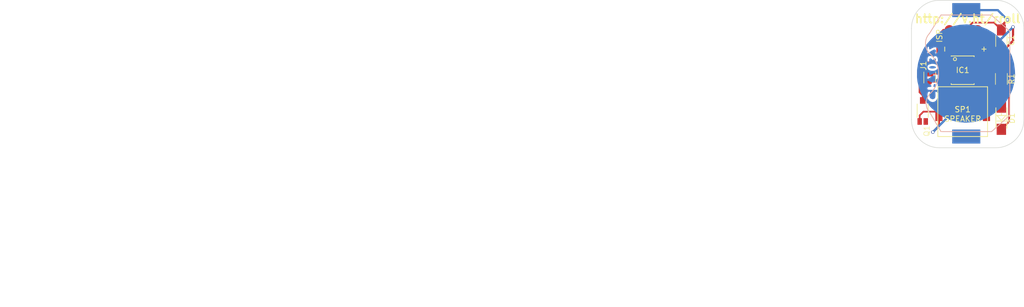
<source format=kicad_pcb>
(kicad_pcb (version 4) (host pcbnew 4.0.7)

  (general
    (links 20)
    (no_connects 1)
    (area 206.578999 86.817999 226.999001 113.588001)
    (thickness 1.6)
    (drawings 11)
    (tracks 84)
    (zones 0)
    (modules 10)
    (nets 10)
  )

  (page USLetter)
  (layers
    (0 F.Cu signal)
    (31 B.Cu signal)
    (32 B.Adhes user)
    (33 F.Adhes user)
    (34 B.Paste user hide)
    (35 F.Paste user hide)
    (36 B.SilkS user)
    (37 F.SilkS user)
    (38 B.Mask user)
    (39 F.Mask user)
    (40 Dwgs.User user)
    (41 Cmts.User user)
    (42 Eco1.User user)
    (43 Eco2.User user)
    (44 Edge.Cuts user)
    (45 Margin user)
    (46 B.CrtYd user)
    (47 F.CrtYd user)
    (48 B.Fab user)
    (49 F.Fab user)
  )

  (setup
    (last_trace_width 0.4064)
    (user_trace_width 0.254)
    (user_trace_width 0.3048)
    (user_trace_width 0.4064)
    (user_trace_width 0.6096)
    (trace_clearance 0.2)
    (zone_clearance 0.508)
    (zone_45_only no)
    (trace_min 0.2)
    (segment_width 0.2)
    (edge_width 0.1)
    (via_size 0.6)
    (via_drill 0.4)
    (via_min_size 0.4)
    (via_min_drill 0.3)
    (uvia_size 0.3)
    (uvia_drill 0.1)
    (uvias_allowed no)
    (uvia_min_size 0.2)
    (uvia_min_drill 0.1)
    (pcb_text_width 0.3)
    (pcb_text_size 1.27 1.27)
    (mod_edge_width 0.15)
    (mod_text_size 1.016 1.016)
    (mod_text_width 0.127)
    (pad_size 2 2)
    (pad_drill 1.00076)
    (pad_to_mask_clearance 0)
    (aux_axis_origin 111.76 109.855)
    (grid_origin 0.889 0.508)
    (visible_elements 7FFF7FFF)
    (pcbplotparams
      (layerselection 0x010f0_80000001)
      (usegerberextensions true)
      (excludeedgelayer true)
      (linewidth 0.100000)
      (plotframeref false)
      (viasonmask false)
      (mode 1)
      (useauxorigin false)
      (hpglpennumber 1)
      (hpglpenspeed 20)
      (hpglpendiameter 15)
      (hpglpenoverlay 2)
      (psnegative false)
      (psa4output false)
      (plotreference true)
      (plotvalue true)
      (plotinvisibletext false)
      (padsonsilk false)
      (subtractmaskfromsilk false)
      (outputformat 1)
      (mirror false)
      (drillshape 0)
      (scaleselection 1)
      (outputdirectory gerbers/))
  )

  (net 0 "")
  (net 1 GND)
  (net 2 +BATT)
  (net 3 "Net-(IC1-Pad2)")
  (net 4 "Net-(CON1-Pad5)")
  (net 5 "Net-(CON1-Pad4)")
  (net 6 "Net-(CON1-Pad1)")
  (net 7 "Net-(CON1-Pad3)")
  (net 8 "Net-(D1-Pad1)")
  (net 9 "Net-(IC1-Pad3)")

  (net_class Default "This is the default net class."
    (clearance 0.2)
    (trace_width 0.25)
    (via_dia 0.6)
    (via_drill 0.4)
    (uvia_dia 0.3)
    (uvia_drill 0.1)
    (add_net +BATT)
    (add_net GND)
    (add_net "Net-(CON1-Pad1)")
    (add_net "Net-(CON1-Pad3)")
    (add_net "Net-(CON1-Pad4)")
    (add_net "Net-(CON1-Pad5)")
    (add_net "Net-(D1-Pad1)")
    (add_net "Net-(IC1-Pad2)")
    (add_net "Net-(IC1-Pad3)")
  )

  (module myFootPrints:PS1240_piezo (layer F.Cu) (tedit 5A7D0A37) (tstamp 5A7BDED3)
    (at 215.889 107.008)
    (descr "piezo speaker 12 mm")
    (tags "buzzer speaker piezo")
    (path /561A890F)
    (fp_text reference SP1 (at 0 -0.4) (layer F.SilkS)
      (effects (font (size 1 1) (thickness 0.15)))
    )
    (fp_text value SPEAKER (at 0 1.3) (layer F.SilkS)
      (effects (font (size 1 1) (thickness 0.15)))
    )
    (fp_line (start -4.5 -4.5) (end -4.5 4.5) (layer F.SilkS) (width 0.15))
    (fp_line (start -4.5 4.5) (end 4.5 4.5) (layer F.SilkS) (width 0.15))
    (fp_line (start 4.5 4.5) (end 4.5 -4.5) (layer F.SilkS) (width 0.15))
    (fp_line (start 4.5 -4.5) (end -4.5 -4.5) (layer F.SilkS) (width 0.15))
    (pad 1 smd rect (at -4.3 0) (size 1.3 3.4) (layers F.Cu F.Paste F.Mask)
      (net 1 GND))
    (pad 2 smd rect (at 4.3 0) (size 1.3 3.4) (layers F.Cu F.Paste F.Mask)
      (net 5 "Net-(CON1-Pad4)"))
  )

  (module myFootPrints:CR2032 (layer B.Cu) (tedit 5A7D35AF) (tstamp 5A7D316B)
    (at 216.489 100.108 90)
    (fp_text reference G*** (at 0 0 90) (layer B.SilkS) hide
      (effects (font (thickness 0.3)) (justify mirror))
    )
    (fp_text value LOGO (at 0.75 0 90) (layer B.SilkS) hide
      (effects (font (thickness 0.3)) (justify mirror))
    )
    (fp_poly (pts (xy 0.529166 8.85382) (xy 1.902863 8.668668) (xy 3.189751 8.290481) (xy 4.389287 7.719517)
      (xy 5.500925 6.956031) (xy 6.475379 6.052302) (xy 7.325326 5.003216) (xy 7.992626 3.863128)
      (xy 8.474981 2.651835) (xy 8.770094 1.389133) (xy 8.875666 0.094819) (xy 8.789403 -1.21131)
      (xy 8.509005 -2.509456) (xy 8.032176 -3.779824) (xy 7.693492 -4.445) (xy 7.280236 -5.06961)
      (xy 6.729544 -5.738337) (xy 6.092852 -6.399745) (xy 5.421595 -7.002396) (xy 4.76721 -7.494857)
      (xy 4.445 -7.693492) (xy 3.216806 -8.266893) (xy 1.926009 -8.656477) (xy 0.604921 -8.856352)
      (xy -0.714143 -8.860622) (xy -1.46432 -8.771353) (xy -2.748351 -8.456619) (xy -3.949489 -7.951323)
      (xy -5.075532 -7.25134) (xy -6.134279 -6.352546) (xy -6.244167 -6.244166) (xy -6.475204 -5.978728)
      (xy -5.175279 -5.978728) (xy -5.107571 -6.345006) (xy -4.876475 -6.675641) (xy -4.614935 -6.886051)
      (xy -4.32907 -6.973364) (xy -4.091381 -6.985) (xy -3.761701 -6.971203) (xy -3.504265 -6.936604)
      (xy -3.44824 -6.92076) (xy -3.308629 -6.773847) (xy -3.280834 -6.649045) (xy -3.316879 -6.504657)
      (xy -3.463358 -6.506603) (xy -3.518959 -6.524675) (xy -3.958635 -6.609239) (xy -4.317933 -6.546262)
      (xy -4.562129 -6.35105) (xy -4.656499 -6.038904) (xy -4.656667 -6.023264) (xy -4.570976 -5.729661)
      (xy -4.316968 -5.560607) (xy -3.899244 -5.518577) (xy -3.741587 -5.531232) (xy -3.41795 -5.542901)
      (xy -3.285239 -5.481924) (xy -3.280834 -5.458583) (xy -3.376041 -5.242161) (xy -3.642846 -5.111708)
      (xy -3.942256 -5.08) (xy -2.963334 -5.08) (xy -2.963334 -6.0325) (xy -2.961227 -6.483396)
      (xy -2.947364 -6.763358) (xy -2.91043 -6.913117) (xy -2.839111 -6.973405) (xy -2.722092 -6.984953)
      (xy -2.69875 -6.985) (xy -2.519824 -6.957324) (xy -2.446574 -6.832785) (xy -2.434167 -6.614583)
      (xy -2.400378 -6.341818) (xy -2.291588 -6.245154) (xy -2.273705 -6.244166) (xy -2.128686 -6.331673)
      (xy -1.970651 -6.548573) (xy -1.936603 -6.614583) (xy -1.757234 -6.887506) (xy -1.548427 -6.983668)
      (xy -1.514982 -6.985) (xy -1.063957 -6.985) (xy -0.426146 -6.985) (xy -0.056506 -6.972903)
      (xy 0.14235 -6.93) (xy 0.210271 -6.846373) (xy 0.211666 -6.82625) (xy 0.119665 -6.698571)
      (xy -0.052917 -6.6675) (xy -0.229629 -6.659108) (xy -0.297803 -6.603873) (xy -0.261116 -6.456703)
      (xy -0.142639 -6.212476) (xy 0.477678 -6.212476) (xy 0.525814 -6.448392) (xy 0.66459 -6.776342)
      (xy 0.872447 -6.93924) (xy 1.196025 -6.983379) (xy 1.411645 -6.945626) (xy 1.559933 -6.792837)
      (xy 1.581063 -6.749003) (xy 2.027688 -6.749003) (xy 2.06375 -6.879166) (xy 2.214553 -6.955707)
      (xy 2.480732 -6.982151) (xy 2.772488 -6.96043) (xy 3.000026 -6.892475) (xy 3.048 -6.858)
      (xy 3.145794 -6.660098) (xy 3.175 -6.455833) (xy 3.128797 -6.197741) (xy 3.048 -6.053666)
      (xy 2.975493 -5.909649) (xy 3.048 -5.799666) (xy 3.164186 -5.573416) (xy 3.13732 -5.475306)
      (xy 3.598333 -5.475306) (xy 3.638892 -5.562149) (xy 3.792566 -5.512406) (xy 3.818269 -5.498907)
      (xy 4.088777 -5.426417) (xy 4.278294 -5.511678) (xy 4.339166 -5.701043) (xy 4.282309 -5.894964)
      (xy 4.134966 -6.188075) (xy 3.975906 -6.445198) (xy 3.612647 -6.985) (xy 4.24049 -6.985)
      (xy 4.606846 -6.97256) (xy 4.802523 -6.928518) (xy 4.867413 -6.842786) (xy 4.868333 -6.82625)
      (xy 4.776332 -6.698571) (xy 4.60375 -6.6675) (xy 4.40812 -6.64607) (xy 4.355891 -6.556556)
      (xy 4.44286 -6.361119) (xy 4.550833 -6.19125) (xy 4.717492 -5.829442) (xy 4.752629 -5.484523)
      (xy 4.650518 -5.223068) (xy 4.635499 -5.206999) (xy 4.399589 -5.086128) (xy 4.107433 -5.078958)
      (xy 3.830691 -5.166954) (xy 3.64102 -5.331577) (xy 3.598333 -5.475306) (xy 3.13732 -5.475306)
      (xy 3.103544 -5.351965) (xy 2.897911 -5.175618) (xy 2.579125 -5.084681) (xy 2.479523 -5.08)
      (xy 2.224608 -5.106651) (xy 2.124817 -5.205403) (xy 2.116666 -5.27699) (xy 2.166606 -5.419176)
      (xy 2.349542 -5.429298) (xy 2.368844 -5.425774) (xy 2.60296 -5.439404) (xy 2.717374 -5.551861)
      (xy 2.674298 -5.70913) (xy 2.609085 -5.769181) (xy 2.449488 -5.961509) (xy 2.49754 -6.141002)
      (xy 2.609267 -6.225806) (xy 2.738823 -6.376379) (xy 2.706165 -6.535463) (xy 2.547586 -6.638091)
      (xy 2.377407 -6.640862) (xy 2.132137 -6.643492) (xy 2.027688 -6.749003) (xy 1.581063 -6.749003)
      (xy 1.656188 -6.59316) (xy 1.76144 -6.166758) (xy 1.740146 -5.754071) (xy 1.609668 -5.403309)
      (xy 1.387367 -5.162685) (xy 1.11125 -5.08) (xy 0.824949 -5.174719) (xy 0.610264 -5.426957)
      (xy 0.48768 -5.788835) (xy 0.477678 -6.212476) (xy -0.142639 -6.212476) (xy -0.123248 -6.172506)
      (xy -0.097435 -6.121869) (xy 0.052257 -5.70575) (xy 0.038469 -5.38306) (xy -0.135298 -5.17451)
      (xy -0.266196 -5.123055) (xy -0.61414 -5.091501) (xy -0.892669 -5.166099) (xy -1.045177 -5.326829)
      (xy -1.058334 -5.403239) (xy -1.031735 -5.549179) (xy -0.91293 -5.536367) (xy -0.838397 -5.498907)
      (xy -0.570438 -5.426829) (xy -0.379485 -5.50678) (xy -0.3175 -5.686632) (xy -0.374158 -5.871061)
      (xy -0.521387 -6.158521) (xy -0.690729 -6.430787) (xy -1.063957 -6.985) (xy -1.514982 -6.985)
      (xy -1.336362 -6.964922) (xy -1.285966 -6.878521) (xy -1.361827 -6.686545) (xy -1.4891 -6.468162)
      (xy -1.624568 -6.18825) (xy -1.613142 -6.019805) (xy -1.594538 -5.997203) (xy -1.48965 -5.769405)
      (xy -1.498973 -5.486214) (xy -1.610833 -5.250286) (xy -1.686376 -5.189556) (xy -1.910482 -5.125032)
      (xy -2.246813 -5.085665) (xy -2.42721 -5.08) (xy -2.963334 -5.08) (xy -3.942256 -5.08)
      (xy -4.436955 -5.152881) (xy -4.820403 -5.349244) (xy -5.073034 -5.635667) (xy -5.175279 -5.978728)
      (xy -6.475204 -5.978728) (xy -7.167243 -5.183646) (xy -7.894615 -4.04542) (xy -8.424655 -2.833331)
      (xy -8.755735 -1.551224) (xy -8.886228 -0.202944) (xy -8.888402 0) (xy -8.787446 1.357657)
      (xy -8.485663 2.649703) (xy -7.984683 3.872294) (xy -7.286131 5.021587) (xy -6.391638 6.093737)
      (xy -6.244167 6.244167) (xy -5.184393 7.16806) (xy -4.052135 7.893562) (xy -2.849561 8.419839)
      (xy -1.578839 8.746055) (xy -0.242137 8.871374) (xy 0.529166 8.85382)) (layer B.Cu) (width 0.01))
    (fp_poly (pts (xy -2.072406 -5.461739) (xy -1.944793 -5.57438) (xy -1.905203 -5.723596) (xy -1.971712 -5.816965)
      (xy -2.002178 -5.820833) (xy -2.17954 -5.855743) (xy -2.266761 -5.885072) (xy -2.392527 -5.881477)
      (xy -2.433633 -5.712048) (xy -2.434167 -5.673406) (xy -2.399641 -5.457224) (xy -2.267177 -5.405672)
      (xy -2.072406 -5.461739)) (layer B.Cu) (width 0.01))
    (fp_poly (pts (xy 1.182838 -5.467806) (xy 1.278343 -5.643354) (xy 1.338216 -5.908497) (xy 1.343637 -6.202206)
      (xy 1.331418 -6.288984) (xy 1.235698 -6.56246) (xy 1.108309 -6.657847) (xy 0.986364 -6.567225)
      (xy 0.921591 -6.376458) (xy 0.898484 -6.057888) (xy 0.934589 -5.738679) (xy 1.016466 -5.503088)
      (xy 1.070519 -5.442884) (xy 1.182838 -5.467806)) (layer B.Cu) (width 0.01))
    (fp_poly (pts (xy 0.529166 8.85382) (xy 1.902863 8.668668) (xy 3.189751 8.290481) (xy 4.389287 7.719517)
      (xy 5.500925 6.956031) (xy 6.475379 6.052302) (xy 7.325326 5.003216) (xy 7.992626 3.863128)
      (xy 8.474981 2.651835) (xy 8.770094 1.389133) (xy 8.875666 0.094819) (xy 8.789403 -1.21131)
      (xy 8.509005 -2.509456) (xy 8.032176 -3.779824) (xy 7.693492 -4.445) (xy 7.280236 -5.06961)
      (xy 6.729544 -5.738337) (xy 6.092852 -6.399745) (xy 5.421595 -7.002396) (xy 4.76721 -7.494857)
      (xy 4.445 -7.693492) (xy 3.216806 -8.266893) (xy 1.926009 -8.656477) (xy 0.604921 -8.856352)
      (xy -0.714143 -8.860622) (xy -1.46432 -8.771353) (xy -2.748351 -8.456619) (xy -3.949489 -7.951323)
      (xy -5.075532 -7.25134) (xy -6.134279 -6.352546) (xy -6.244167 -6.244166) (xy -6.475204 -5.978728)
      (xy -5.175279 -5.978728) (xy -5.107571 -6.345006) (xy -4.876475 -6.675641) (xy -4.614935 -6.886051)
      (xy -4.32907 -6.973364) (xy -4.091381 -6.985) (xy -3.761701 -6.971203) (xy -3.504265 -6.936604)
      (xy -3.44824 -6.92076) (xy -3.308629 -6.773847) (xy -3.280834 -6.649045) (xy -3.316879 -6.504657)
      (xy -3.463358 -6.506603) (xy -3.518959 -6.524675) (xy -3.958635 -6.609239) (xy -4.317933 -6.546262)
      (xy -4.562129 -6.35105) (xy -4.656499 -6.038904) (xy -4.656667 -6.023264) (xy -4.570976 -5.729661)
      (xy -4.316968 -5.560607) (xy -3.899244 -5.518577) (xy -3.741587 -5.531232) (xy -3.41795 -5.542901)
      (xy -3.285239 -5.481924) (xy -3.280834 -5.458583) (xy -3.376041 -5.242161) (xy -3.642846 -5.111708)
      (xy -3.942256 -5.08) (xy -2.963334 -5.08) (xy -2.963334 -6.0325) (xy -2.961227 -6.483396)
      (xy -2.947364 -6.763358) (xy -2.91043 -6.913117) (xy -2.839111 -6.973405) (xy -2.722092 -6.984953)
      (xy -2.69875 -6.985) (xy -2.519824 -6.957324) (xy -2.446574 -6.832785) (xy -2.434167 -6.614583)
      (xy -2.400378 -6.341818) (xy -2.291588 -6.245154) (xy -2.273705 -6.244166) (xy -2.128686 -6.331673)
      (xy -1.970651 -6.548573) (xy -1.936603 -6.614583) (xy -1.757234 -6.887506) (xy -1.548427 -6.983668)
      (xy -1.514982 -6.985) (xy -1.063957 -6.985) (xy -0.426146 -6.985) (xy -0.056506 -6.972903)
      (xy 0.14235 -6.93) (xy 0.210271 -6.846373) (xy 0.211666 -6.82625) (xy 0.119665 -6.698571)
      (xy -0.052917 -6.6675) (xy -0.229629 -6.659108) (xy -0.297803 -6.603873) (xy -0.261116 -6.456703)
      (xy -0.142639 -6.212476) (xy 0.477678 -6.212476) (xy 0.525814 -6.448392) (xy 0.66459 -6.776342)
      (xy 0.872447 -6.93924) (xy 1.196025 -6.983379) (xy 1.411645 -6.945626) (xy 1.559933 -6.792837)
      (xy 1.581063 -6.749003) (xy 2.027688 -6.749003) (xy 2.06375 -6.879166) (xy 2.214553 -6.955707)
      (xy 2.480732 -6.982151) (xy 2.772488 -6.96043) (xy 3.000026 -6.892475) (xy 3.048 -6.858)
      (xy 3.145794 -6.660098) (xy 3.175 -6.455833) (xy 3.128797 -6.197741) (xy 3.048 -6.053666)
      (xy 2.975493 -5.909649) (xy 3.048 -5.799666) (xy 3.164186 -5.573416) (xy 3.13732 -5.475306)
      (xy 3.598333 -5.475306) (xy 3.638892 -5.562149) (xy 3.792566 -5.512406) (xy 3.818269 -5.498907)
      (xy 4.088777 -5.426417) (xy 4.278294 -5.511678) (xy 4.339166 -5.701043) (xy 4.282309 -5.894964)
      (xy 4.134966 -6.188075) (xy 3.975906 -6.445198) (xy 3.612647 -6.985) (xy 4.24049 -6.985)
      (xy 4.606846 -6.97256) (xy 4.802523 -6.928518) (xy 4.867413 -6.842786) (xy 4.868333 -6.82625)
      (xy 4.776332 -6.698571) (xy 4.60375 -6.6675) (xy 4.40812 -6.64607) (xy 4.355891 -6.556556)
      (xy 4.44286 -6.361119) (xy 4.550833 -6.19125) (xy 4.717492 -5.829442) (xy 4.752629 -5.484523)
      (xy 4.650518 -5.223068) (xy 4.635499 -5.206999) (xy 4.399589 -5.086128) (xy 4.107433 -5.078958)
      (xy 3.830691 -5.166954) (xy 3.64102 -5.331577) (xy 3.598333 -5.475306) (xy 3.13732 -5.475306)
      (xy 3.103544 -5.351965) (xy 2.897911 -5.175618) (xy 2.579125 -5.084681) (xy 2.479523 -5.08)
      (xy 2.224608 -5.106651) (xy 2.124817 -5.205403) (xy 2.116666 -5.27699) (xy 2.166606 -5.419176)
      (xy 2.349542 -5.429298) (xy 2.368844 -5.425774) (xy 2.60296 -5.439404) (xy 2.717374 -5.551861)
      (xy 2.674298 -5.70913) (xy 2.609085 -5.769181) (xy 2.449488 -5.961509) (xy 2.49754 -6.141002)
      (xy 2.609267 -6.225806) (xy 2.738823 -6.376379) (xy 2.706165 -6.535463) (xy 2.547586 -6.638091)
      (xy 2.377407 -6.640862) (xy 2.132137 -6.643492) (xy 2.027688 -6.749003) (xy 1.581063 -6.749003)
      (xy 1.656188 -6.59316) (xy 1.76144 -6.166758) (xy 1.740146 -5.754071) (xy 1.609668 -5.403309)
      (xy 1.387367 -5.162685) (xy 1.11125 -5.08) (xy 0.824949 -5.174719) (xy 0.610264 -5.426957)
      (xy 0.48768 -5.788835) (xy 0.477678 -6.212476) (xy -0.142639 -6.212476) (xy -0.123248 -6.172506)
      (xy -0.097435 -6.121869) (xy 0.052257 -5.70575) (xy 0.038469 -5.38306) (xy -0.135298 -5.17451)
      (xy -0.266196 -5.123055) (xy -0.61414 -5.091501) (xy -0.892669 -5.166099) (xy -1.045177 -5.326829)
      (xy -1.058334 -5.403239) (xy -1.031735 -5.549179) (xy -0.91293 -5.536367) (xy -0.838397 -5.498907)
      (xy -0.570438 -5.426829) (xy -0.379485 -5.50678) (xy -0.3175 -5.686632) (xy -0.374158 -5.871061)
      (xy -0.521387 -6.158521) (xy -0.690729 -6.430787) (xy -1.063957 -6.985) (xy -1.514982 -6.985)
      (xy -1.336362 -6.964922) (xy -1.285966 -6.878521) (xy -1.361827 -6.686545) (xy -1.4891 -6.468162)
      (xy -1.624568 -6.18825) (xy -1.613142 -6.019805) (xy -1.594538 -5.997203) (xy -1.48965 -5.769405)
      (xy -1.498973 -5.486214) (xy -1.610833 -5.250286) (xy -1.686376 -5.189556) (xy -1.910482 -5.125032)
      (xy -2.246813 -5.085665) (xy -2.42721 -5.08) (xy -2.963334 -5.08) (xy -3.942256 -5.08)
      (xy -4.436955 -5.152881) (xy -4.820403 -5.349244) (xy -5.073034 -5.635667) (xy -5.175279 -5.978728)
      (xy -6.475204 -5.978728) (xy -7.167243 -5.183646) (xy -7.894615 -4.04542) (xy -8.424655 -2.833331)
      (xy -8.755735 -1.551224) (xy -8.886228 -0.202944) (xy -8.888402 0) (xy -8.787446 1.357657)
      (xy -8.485663 2.649703) (xy -7.984683 3.872294) (xy -7.286131 5.021587) (xy -6.391638 6.093737)
      (xy -6.244167 6.244167) (xy -5.184393 7.16806) (xy -4.052135 7.893562) (xy -2.849561 8.419839)
      (xy -1.578839 8.746055) (xy -0.242137 8.871374) (xy 0.529166 8.85382)) (layer B.Mask) (width 0.01))
    (fp_poly (pts (xy -2.072406 -5.461739) (xy -1.944793 -5.57438) (xy -1.905203 -5.723596) (xy -1.971712 -5.816965)
      (xy -2.002178 -5.820833) (xy -2.17954 -5.855743) (xy -2.266761 -5.885072) (xy -2.392527 -5.881477)
      (xy -2.433633 -5.712048) (xy -2.434167 -5.673406) (xy -2.399641 -5.457224) (xy -2.267177 -5.405672)
      (xy -2.072406 -5.461739)) (layer B.Mask) (width 0.01))
    (fp_poly (pts (xy 1.182838 -5.467806) (xy 1.278343 -5.643354) (xy 1.338216 -5.908497) (xy 1.343637 -6.202206)
      (xy 1.331418 -6.288984) (xy 1.235698 -6.56246) (xy 1.108309 -6.657847) (xy 0.986364 -6.567225)
      (xy 0.921591 -6.376458) (xy 0.898484 -6.057888) (xy 0.934589 -5.738679) (xy 1.016466 -5.503088)
      (xy 1.070519 -5.442884) (xy 1.182838 -5.467806)) (layer B.Mask) (width 0.01))
    (pad 3 smd circle (at 0 0 90) (size 17.78 17.78) (layers B.Paste B.Mask))
  )

  (module myFootPrints:BATT_CR2032_SMD locked (layer B.Cu) (tedit 5A7D2CD7) (tstamp 5A7BDE9D)
    (at 216.535 100.076 90)
    (tags battery)
    (path /553F9619)
    (fp_text reference BT1 (at 0 -5.08 90) (layer B.SilkS) hide
      (effects (font (size 1.72974 1.08712) (thickness 0.27178)) (justify mirror))
    )
    (fp_text value Battery (at 0 2.54 90) (layer B.SilkS) hide
      (effects (font (size 1.524 1.016) (thickness 0.254)) (justify mirror))
    )
    (fp_line (start -7.1755 -6.5405) (end -10.541 -4.572) (layer B.SilkS) (width 0.15))
    (fp_line (start 7.1755 -6.6675) (end 10.541 -4.572) (layer B.SilkS) (width 0.15))
    (fp_arc (start -5.4229 -4.6355) (end -3.5179 -6.4135) (angle -90) (layer B.SilkS) (width 0.15))
    (fp_arc (start 5.4102 -4.7625) (end 7.1882 -6.6675) (angle -90) (layer B.SilkS) (width 0.15))
    (fp_arc (start -0.0635 -10.033) (end -3.556 -6.4135) (angle -90) (layer B.SilkS) (width 0.15))
    (fp_line (start 7.62 7.874) (end 10.541 4.5085) (layer B.SilkS) (width 0.15))
    (fp_line (start -10.541 4.572) (end -7.5565 7.9375) (layer B.SilkS) (width 0.15))
    (fp_line (start -7.62 7.874) (end 7.62 7.874) (layer B.SilkS) (width 0.15))
    (fp_line (start -10.541 -4.572) (end -10.541 4.572) (layer B.SilkS) (width 0.15))
    (fp_line (start 10.541 -4.572) (end 10.541 4.572) (layer B.SilkS) (width 0.15))
    (fp_circle (center 0 0) (end -10.16 0) (layer Dwgs.User) (width 0.15))
    (pad 2 smd circle (at 0 0 90) (size 2.54 2.54) (layers B.Cu B.Paste B.Mask)
      (net 1 GND))
    (pad 1 smd rect (at -11.43 0 90) (size 2.54 5.08) (layers B.Cu B.Paste B.Mask)
      (net 2 +BATT))
    (pad 1 smd rect (at 11.43 0 90) (size 2.54 5.08) (layers B.Cu B.Paste B.Mask)
      (net 2 +BATT))
  )

  (module Pin_Headers:Pin_Header_Straight_2x03_Pitch2.54mm (layer F.Cu) (tedit 5A7D434F) (tstamp 5A7BED43)
    (at 218.567 92.202 270)
    (descr "Through hole straight pin header, 2x03, 2.54mm pitch, double rows")
    (tags "Through hole pin header THT 2x03 2.54mm double row")
    (path /561A9A26)
    (fp_text reference CON1 (at 1.2 2.5 360) (layer F.SilkS) hide
      (effects (font (size 1 1) (thickness 0.15)))
    )
    (fp_text value ISP (at 1.106 6.878 270) (layer F.SilkS)
      (effects (font (size 1 1) (thickness 0.15)))
    )
    (fp_text user - (at 3.5 6 270) (layer F.SilkS)
      (effects (font (size 1 1) (thickness 0.15)))
    )
    (fp_text user + (at 3.5 -1.1 270) (layer F.SilkS)
      (effects (font (size 1 1) (thickness 0.15)))
    )
    (fp_line (start 0 -1.27) (end 3.81 -1.27) (layer F.Fab) (width 0.1))
    (fp_line (start 3.81 -1.27) (end 3.81 6.35) (layer F.Fab) (width 0.1))
    (fp_line (start 3.81 6.35) (end -1.27 6.35) (layer F.Fab) (width 0.1))
    (fp_line (start -1.27 6.35) (end -1.27 0) (layer F.Fab) (width 0.1))
    (fp_line (start -1.27 0) (end 0 -1.27) (layer F.Fab) (width 0.1))
    (fp_line (start -1.8 -1.8) (end -1.8 6.85) (layer F.CrtYd) (width 0.05))
    (fp_line (start -1.8 6.85) (end 4.35 6.85) (layer F.CrtYd) (width 0.05))
    (fp_line (start 4.35 6.85) (end 4.35 -1.8) (layer F.CrtYd) (width 0.05))
    (fp_line (start 4.35 -1.8) (end -1.8 -1.8) (layer F.CrtYd) (width 0.05))
    (fp_text user %R (at 1.27 2.54 360) (layer F.Fab)
      (effects (font (size 1 1) (thickness 0.15)))
    )
    (pad 1 smd circle (at 0 0 270) (size 1.7 1.7) (layers F.Cu F.Paste F.Mask)
      (net 6 "Net-(CON1-Pad1)"))
    (pad 2 smd oval (at 2.54 0 270) (size 1.7 1.7) (layers F.Cu F.Paste F.Mask)
      (net 2 +BATT))
    (pad 3 smd oval (at 0 2.54 270) (size 1.7 1.7) (layers F.Cu F.Paste F.Mask)
      (net 7 "Net-(CON1-Pad3)"))
    (pad 4 smd oval (at 2.54 2.54 270) (size 1.7 1.7) (layers F.Cu F.Paste F.Mask)
      (net 5 "Net-(CON1-Pad4)"))
    (pad 5 smd oval (at 0 5.08 270) (size 1.7 1.7) (layers F.Cu F.Paste F.Mask)
      (net 4 "Net-(CON1-Pad5)"))
    (pad 6 smd oval (at 2.54 5.08 270) (size 1.7 1.7) (layers F.Cu F.Paste F.Mask)
      (net 1 GND))
    (model ${KISYS3DMOD}/Pin_Headers.3dshapes/Pin_Header_Straight_2x03_Pitch2.54mm.wrl
      (at (xyz 0 0 0))
      (scale (xyz 1 1 1))
      (rotate (xyz 0 0 0))
    )
  )

  (module Housings_SOIC:SOIC-8_3.9x4.9mm_Pitch1.27mm (layer F.Cu) (tedit 5A7D0AB4) (tstamp 5A7BDEBB)
    (at 215.889 99.508)
    (descr "8-Lead Plastic Small Outline (SN) - Narrow, 3.90 mm Body [SOIC] (see Microchip Packaging Specification 00000049BS.pdf)")
    (tags "SOIC 1.27")
    (path /553EFD0A)
    (attr smd)
    (fp_text reference IC1 (at 0 0) (layer F.SilkS)
      (effects (font (size 1 1) (thickness 0.15)))
    )
    (fp_text value ATTINY85 (at 0 3.5) (layer F.Fab)
      (effects (font (size 1 1) (thickness 0.15)))
    )
    (fp_circle (center -1.4 -2) (end -1.6 -2.2) (layer F.SilkS) (width 0.15))
    (fp_text user %R (at 0 0) (layer F.Fab)
      (effects (font (size 1 1) (thickness 0.15)))
    )
    (fp_line (start -0.95 -2.45) (end 1.95 -2.45) (layer F.Fab) (width 0.1))
    (fp_line (start 1.95 -2.45) (end 1.95 2.45) (layer F.Fab) (width 0.1))
    (fp_line (start 1.95 2.45) (end -1.95 2.45) (layer F.Fab) (width 0.1))
    (fp_line (start -1.95 2.45) (end -1.95 -1.45) (layer F.Fab) (width 0.1))
    (fp_line (start -1.95 -1.45) (end -0.95 -2.45) (layer F.Fab) (width 0.1))
    (fp_line (start -3.73 -2.7) (end -3.73 2.7) (layer F.CrtYd) (width 0.05))
    (fp_line (start 3.73 -2.7) (end 3.73 2.7) (layer F.CrtYd) (width 0.05))
    (fp_line (start -3.73 -2.7) (end 3.73 -2.7) (layer F.CrtYd) (width 0.05))
    (fp_line (start -3.73 2.7) (end 3.73 2.7) (layer F.CrtYd) (width 0.05))
    (fp_line (start -2.075 -2.575) (end -2.075 -2.525) (layer F.SilkS) (width 0.15))
    (fp_line (start 2.075 -2.575) (end 2.075 -2.43) (layer F.SilkS) (width 0.15))
    (fp_line (start 2.075 2.575) (end 2.075 2.43) (layer F.SilkS) (width 0.15))
    (fp_line (start -2.075 2.575) (end -2.075 2.43) (layer F.SilkS) (width 0.15))
    (fp_line (start -2.075 -2.575) (end 2.075 -2.575) (layer F.SilkS) (width 0.15))
    (fp_line (start -2.075 2.575) (end 2.075 2.575) (layer F.SilkS) (width 0.15))
    (pad 1 smd rect (at -2.7 -1.905) (size 1.55 0.6) (layers F.Cu F.Paste F.Mask)
      (net 4 "Net-(CON1-Pad5)"))
    (pad 2 smd rect (at -2.7 -0.635) (size 1.55 0.6) (layers F.Cu F.Paste F.Mask)
      (net 3 "Net-(IC1-Pad2)"))
    (pad 3 smd rect (at -2.7 0.635) (size 1.55 0.6) (layers F.Cu F.Paste F.Mask)
      (net 9 "Net-(IC1-Pad3)"))
    (pad 4 smd rect (at -2.7 1.905) (size 1.55 0.6) (layers F.Cu F.Paste F.Mask)
      (net 1 GND))
    (pad 5 smd rect (at 2.7 1.905) (size 1.55 0.6) (layers F.Cu F.Paste F.Mask)
      (net 5 "Net-(CON1-Pad4)"))
    (pad 6 smd rect (at 2.7 0.635) (size 1.55 0.6) (layers F.Cu F.Paste F.Mask)
      (net 6 "Net-(CON1-Pad1)"))
    (pad 7 smd rect (at 2.7 -0.635) (size 1.55 0.6) (layers F.Cu F.Paste F.Mask)
      (net 7 "Net-(CON1-Pad3)"))
    (pad 8 smd rect (at 2.7 -1.905) (size 1.55 0.6) (layers F.Cu F.Paste F.Mask)
      (net 2 +BATT))
    (model ${KISYS3DMOD}/Housings_SOIC.3dshapes/SOIC-8_3.9x4.9mm_Pitch1.27mm.wrl
      (at (xyz 0 0 0))
      (scale (xyz 1 1 1))
      (rotate (xyz 0 0 0))
    )
  )

  (module myFootPrints:PHOTO_TRANS (layer F.Cu) (tedit 5A7D4145) (tstamp 5A7BDEC1)
    (at 208.661 106.934 90)
    (descr "LED 3mm - Lead pitch 100mil (2,54mm)")
    (tags "LED led 3mm 3MM 100mil 2,54mm")
    (path /553F0F1B)
    (fp_text reference Q1 (at -3.574 0.728 90) (layer F.SilkS)
      (effects (font (size 1 1) (thickness 0.1)))
    )
    (fp_text value LIGHT (at 0.35921 0.35921 180) (layer F.SilkS) hide
      (effects (font (size 0.508 0.508) (thickness 0.127)))
    )
    (fp_line (start -1.1 1) (end 1.3 1) (layer F.SilkS) (width 0.15))
    (fp_line (start -1.1 -1) (end 1.3 -1) (layer F.SilkS) (width 0.15))
    (fp_line (start -1.2 0) (end 1.25 0) (layer F.CrtYd) (width 0.01))
    (fp_line (start -2 -1) (end -2 1) (layer F.CrtYd) (width 0.15))
    (fp_line (start -2 1) (end 2 1) (layer F.CrtYd) (width 0.15))
    (fp_line (start 2 1) (end 2 -1) (layer F.CrtYd) (width 0.15))
    (fp_line (start 2 -1) (end -2 -1) (layer F.CrtYd) (width 0.15))
    (pad 2 smd rect (at -1.85 0.55 90) (size 1.2 0.8) (layers F.Cu F.Paste F.Mask))
    (pad 1 smd rect (at -1.85 -0.55 90) (size 1.2 0.8) (layers F.Cu F.Paste F.Mask)
      (net 1 GND))
    (pad 3 connect rect (at 1.95 0 90) (size 1.2 1) (layers F.Cu F.Mask)
      (net 3 "Net-(IC1-Pad2)"))
    (model discret/leds/led3_vertical_verde.wrl
      (at (xyz 0 0 0))
      (scale (xyz 1 1 1))
      (rotate (xyz 0 0 0))
    )
  )

  (module LEDs:LED_1206_HandSoldering (layer F.Cu) (tedit 5A7D4160) (tstamp 5A7BDEA9)
    (at 222.885 108.204 90)
    (descr "LED SMD 1206, hand soldering")
    (tags "LED 1206")
    (path /561BE7BF)
    (attr smd)
    (fp_text reference D1 (at -0.004 1.904 90) (layer F.SilkS)
      (effects (font (size 1 1) (thickness 0.15)))
    )
    (fp_text value LED (at 0 1.9 90) (layer F.Fab)
      (effects (font (size 1 1) (thickness 0.15)))
    )
    (fp_line (start -1.8 1) (end 1.9 1) (layer F.SilkS) (width 0.15))
    (fp_line (start -1.8 -1) (end 1.9 -1) (layer F.SilkS) (width 0.15))
    (fp_line (start 0.5 0) (end 0.9 0) (layer F.SilkS) (width 0.15))
    (fp_line (start -0.9 0) (end -0.4 0) (layer F.SilkS) (width 0.15))
    (fp_line (start -0.5 -0.8) (end -0.5 0.8) (layer F.SilkS) (width 0.15))
    (fp_line (start 0.5 -0.8) (end 0.5 0.8) (layer F.SilkS) (width 0.15))
    (fp_line (start 0.5 0.8) (end -0.4 0) (layer F.SilkS) (width 0.15))
    (fp_line (start -0.4 0) (end 0.5 -0.8) (layer F.SilkS) (width 0.15))
    (fp_line (start -1.6 0.8) (end -1.6 -0.8) (layer F.Fab) (width 0.1))
    (fp_line (start 1.6 0.8) (end -1.6 0.8) (layer F.Fab) (width 0.1))
    (fp_line (start 1.6 -0.8) (end 1.6 0.8) (layer F.Fab) (width 0.1))
    (fp_line (start -1.6 -0.8) (end 1.6 -0.8) (layer F.Fab) (width 0.1))
    (fp_line (start -3.25 -1.11) (end 3.25 -1.11) (layer F.CrtYd) (width 0.05))
    (fp_line (start -3.25 -1.11) (end -3.25 1.1) (layer F.CrtYd) (width 0.05))
    (fp_line (start 3.25 1.1) (end 3.25 -1.11) (layer F.CrtYd) (width 0.05))
    (fp_line (start 3.25 1.1) (end -3.25 1.1) (layer F.CrtYd) (width 0.05))
    (pad 1 smd rect (at -2 0 90) (size 2 1.7) (layers F.Cu F.Paste F.Mask)
      (net 8 "Net-(D1-Pad1)"))
    (pad 2 smd rect (at 2 0 90) (size 2 1.7) (layers F.Cu F.Paste F.Mask)
      (net 6 "Net-(CON1-Pad1)"))
    (model ${KISYS3DMOD}/LEDs.3dshapes/LED_1206.wrl
      (at (xyz 0 0 0))
      (scale (xyz 1 1 1))
      (rotate (xyz 0 0 180))
    )
  )

  (module Resistors_SMD:R_1206_HandSoldering (layer F.Cu) (tedit 5A7D416C) (tstamp 5A7D01AA)
    (at 209.931 100.838 90)
    (descr "Resistor SMD 1206, hand soldering")
    (tags "resistor 1206")
    (path /5A7D01B3)
    (attr smd)
    (fp_text reference J1 (at 2.13 -1.142 270) (layer F.SilkS)
      (effects (font (size 1 1) (thickness 0.15)))
    )
    (fp_text value JMP (at 0 1.9 90) (layer F.Fab)
      (effects (font (size 1 1) (thickness 0.15)))
    )
    (fp_text user %R (at 0 0 90) (layer F.Fab)
      (effects (font (size 0.7 0.7) (thickness 0.105)))
    )
    (fp_line (start -1.6 0.8) (end -1.6 -0.8) (layer F.Fab) (width 0.1))
    (fp_line (start 1.6 0.8) (end -1.6 0.8) (layer F.Fab) (width 0.1))
    (fp_line (start 1.6 -0.8) (end 1.6 0.8) (layer F.Fab) (width 0.1))
    (fp_line (start -1.6 -0.8) (end 1.6 -0.8) (layer F.Fab) (width 0.1))
    (fp_line (start 1 1.07) (end -1 1.07) (layer F.SilkS) (width 0.12))
    (fp_line (start -1 -1.07) (end 1 -1.07) (layer F.SilkS) (width 0.12))
    (fp_line (start -3.25 -1.11) (end 3.25 -1.11) (layer F.CrtYd) (width 0.05))
    (fp_line (start -3.25 -1.11) (end -3.25 1.1) (layer F.CrtYd) (width 0.05))
    (fp_line (start 3.25 1.1) (end 3.25 -1.11) (layer F.CrtYd) (width 0.05))
    (fp_line (start 3.25 1.1) (end -3.25 1.1) (layer F.CrtYd) (width 0.05))
    (pad 1 smd trapezoid (at -0.75 0 180) (size 1 1) (rect_delta 0 0.5 ) (layers F.Cu F.Paste F.Mask)
      (net 1 GND))
    (pad 2 smd trapezoid (at 0.7 0) (size 1 1) (rect_delta 0 0.5 ) (layers F.Cu F.Paste F.Mask)
      (net 9 "Net-(IC1-Pad3)"))
    (model ${KISYS3DMOD}/Resistors_SMD.3dshapes/R_1206.wrl
      (at (xyz 0 0 0))
      (scale (xyz 1 1 1))
      (rotate (xyz 0 0 0))
    )
  )

  (module Capacitors_SMD:C_1206_HandSoldering (layer F.Cu) (tedit 5A7D40BE) (tstamp 5A7BDEA3)
    (at 222.885 94.234 90)
    (descr "Capacitor SMD 1206, hand soldering")
    (tags "capacitor 1206")
    (path /553FDF53)
    (attr smd)
    (fp_text reference C1 (at 0.126 1.804 90) (layer F.SilkS)
      (effects (font (size 1 1) (thickness 0.15)))
    )
    (fp_text value "0.1 uF" (at 0 2 90) (layer F.Fab)
      (effects (font (size 1 1) (thickness 0.15)))
    )
    (fp_text user %R (at 0.026 0.004 90) (layer F.Fab)
      (effects (font (size 1 1) (thickness 0.15)))
    )
    (fp_line (start -1.6 0.8) (end -1.6 -0.8) (layer F.Fab) (width 0.1))
    (fp_line (start 1.6 0.8) (end -1.6 0.8) (layer F.Fab) (width 0.1))
    (fp_line (start 1.6 -0.8) (end 1.6 0.8) (layer F.Fab) (width 0.1))
    (fp_line (start -1.6 -0.8) (end 1.6 -0.8) (layer F.Fab) (width 0.1))
    (fp_line (start 1 -1.02) (end -1 -1.02) (layer F.SilkS) (width 0.12))
    (fp_line (start -1 1.02) (end 1 1.02) (layer F.SilkS) (width 0.12))
    (fp_line (start -3.25 -1.05) (end 3.25 -1.05) (layer F.CrtYd) (width 0.05))
    (fp_line (start -3.25 -1.05) (end -3.25 1.05) (layer F.CrtYd) (width 0.05))
    (fp_line (start 3.25 1.05) (end 3.25 -1.05) (layer F.CrtYd) (width 0.05))
    (fp_line (start 3.25 1.05) (end -3.25 1.05) (layer F.CrtYd) (width 0.05))
    (pad 1 smd rect (at -2 0 90) (size 2 1.6) (layers F.Cu F.Paste F.Mask)
      (net 1 GND))
    (pad 2 smd rect (at 2 0 90) (size 2 1.6) (layers F.Cu F.Paste F.Mask)
      (net 2 +BATT))
    (model Capacitors_SMD.3dshapes/C_1206.wrl
      (at (xyz 0 0 0))
      (scale (xyz 1 1 1))
      (rotate (xyz 0 0 0))
    )
  )

  (module Resistors_SMD:R_1206_HandSoldering (layer F.Cu) (tedit 58E0A804) (tstamp 5A7BDEC7)
    (at 222.885 101.092 270)
    (descr "Resistor SMD 1206, hand soldering")
    (tags "resistor 1206")
    (path /561BE85C)
    (attr smd)
    (fp_text reference R1 (at 0 -1.85 270) (layer F.SilkS)
      (effects (font (size 1 1) (thickness 0.15)))
    )
    (fp_text value 330 (at 0 1.9 270) (layer F.Fab)
      (effects (font (size 1 1) (thickness 0.15)))
    )
    (fp_text user %R (at 0 0 270) (layer F.Fab)
      (effects (font (size 0.7 0.7) (thickness 0.105)))
    )
    (fp_line (start -1.6 0.8) (end -1.6 -0.8) (layer F.Fab) (width 0.1))
    (fp_line (start 1.6 0.8) (end -1.6 0.8) (layer F.Fab) (width 0.1))
    (fp_line (start 1.6 -0.8) (end 1.6 0.8) (layer F.Fab) (width 0.1))
    (fp_line (start -1.6 -0.8) (end 1.6 -0.8) (layer F.Fab) (width 0.1))
    (fp_line (start 1 1.07) (end -1 1.07) (layer F.SilkS) (width 0.12))
    (fp_line (start -1 -1.07) (end 1 -1.07) (layer F.SilkS) (width 0.12))
    (fp_line (start -3.25 -1.11) (end 3.25 -1.11) (layer F.CrtYd) (width 0.05))
    (fp_line (start -3.25 -1.11) (end -3.25 1.1) (layer F.CrtYd) (width 0.05))
    (fp_line (start 3.25 1.1) (end 3.25 -1.11) (layer F.CrtYd) (width 0.05))
    (fp_line (start 3.25 1.1) (end -3.25 1.1) (layer F.CrtYd) (width 0.05))
    (pad 1 smd rect (at -2 0 270) (size 2 1.7) (layers F.Cu F.Paste F.Mask)
      (net 1 GND))
    (pad 2 smd rect (at 2 0 270) (size 2 1.7) (layers F.Cu F.Paste F.Mask)
      (net 8 "Net-(D1-Pad1)"))
    (model ${KISYS3DMOD}/Resistors_SMD.3dshapes/R_1206.wrl
      (at (xyz 0 0 0))
      (scale (xyz 1 1 1))
      (rotate (xyz 0 0 0))
    )
  )

  (gr_text http://v.ht/rroll (at 216.789 90.208) (layer F.SilkS)
    (effects (font (thickness 0.3)))
  )
  (gr_line (start 211.709 113.538) (end 221.869 113.538) (angle 90) (layer Edge.Cuts) (width 0.1))
  (gr_line (start 206.629 91.948) (end 206.629 108.458) (angle 90) (layer Edge.Cuts) (width 0.1))
  (gr_line (start 221.869 86.868) (end 211.709 86.868) (angle 90) (layer Edge.Cuts) (width 0.1))
  (gr_line (start 226.949 108.458) (end 226.949 91.948) (angle 90) (layer Edge.Cuts) (width 0.1))
  (gr_arc (start 211.709 91.948) (end 206.629 91.948) (angle 90) (layer Edge.Cuts) (width 0.1))
  (gr_arc (start 221.869 91.948) (end 221.869 86.868) (angle 90) (layer Edge.Cuts) (width 0.1))
  (gr_arc (start 211.709 108.458) (end 211.709 113.538) (angle 90) (layer Edge.Cuts) (width 0.1))
  (gr_arc (start 221.869 108.458) (end 226.949 108.458) (angle 90) (layer Edge.Cuts) (width 0.1))
  (gr_line (start 41.91 116.84) (end 125.73 116.84) (angle 90) (layer Dwgs.User) (width 0.2))
  (gr_line (start 41.91 142.24) (end 125.73 142.24) (angle 90) (layer Dwgs.User) (width 0.2))

  (segment (start 211.589 107.008) (end 211.589 109.608) (width 0.4064) (layer F.Cu) (net 1) (status 400000))
  (segment (start 216.535 104.662) (end 216.535 100.076) (width 0.4064) (layer B.Cu) (net 1) (tstamp 5A7D3E2D) (status 800000))
  (segment (start 210.489 110.708) (end 216.535 104.662) (width 0.4064) (layer B.Cu) (net 1) (tstamp 5A7D3E2C))
  (via (at 210.489 110.708) (size 0.6) (drill 0.4) (layers F.Cu B.Cu) (net 1))
  (segment (start 211.589 109.608) (end 210.489 110.708) (width 0.4064) (layer F.Cu) (net 1) (tstamp 5A7D3E24))
  (segment (start 222.885 96.234) (end 222.963 96.234) (width 0.4064) (layer F.Cu) (net 1) (status C00000))
  (segment (start 222.963 96.234) (end 224.989 94.208) (width 0.4064) (layer F.Cu) (net 1) (tstamp 5A7D3DEC) (status 400000))
  (segment (start 224.989 91.708) (end 216.621 100.076) (width 0.4064) (layer B.Cu) (net 1) (tstamp 5A7D3DF9) (status 800000))
  (via (at 224.989 91.708) (size 0.6) (drill 0.4) (layers F.Cu B.Cu) (net 1))
  (segment (start 224.989 94.208) (end 224.989 91.708) (width 0.4064) (layer F.Cu) (net 1) (tstamp 5A7D3DF1))
  (segment (start 216.621 100.076) (end 216.535 100.076) (width 0.4064) (layer B.Cu) (net 1) (tstamp 5A7D3DFA) (status C00000))
  (segment (start 222.885 96.234) (end 222.885 99.092) (width 0.3048) (layer F.Cu) (net 1))
  (segment (start 213.487 94.742) (end 213.487 94.61) (width 0.3048) (layer F.Cu) (net 1))
  (segment (start 208.111 108.784) (end 208.111 107.686) (width 0.3048) (layer F.Cu) (net 1))
  (segment (start 208.789 107.008) (end 211.589 107.008) (width 0.3048) (layer F.Cu) (net 1) (tstamp 5A7D36F1))
  (segment (start 208.111 107.686) (end 208.789 107.008) (width 0.3048) (layer F.Cu) (net 1) (tstamp 5A7D36EF))
  (segment (start 213.189 101.413) (end 213.984 101.413) (width 0.3048) (layer F.Cu) (net 1))
  (segment (start 214.889 96.144) (end 213.487 94.742) (width 0.3048) (layer F.Cu) (net 1) (tstamp 5A7D36D2))
  (segment (start 214.889 100.508) (end 214.889 96.144) (width 0.3048) (layer F.Cu) (net 1) (tstamp 5A7D36D1))
  (segment (start 213.984 101.413) (end 214.889 100.508) (width 0.3048) (layer F.Cu) (net 1) (tstamp 5A7D36CF))
  (segment (start 209.931 101.588) (end 213.014 101.588) (width 0.3048) (layer F.Cu) (net 1))
  (segment (start 213.014 101.588) (end 213.189 101.413) (width 0.3048) (layer F.Cu) (net 1) (tstamp 5A7D36CA))
  (segment (start 211.589 107.008) (end 211.589 103.013) (width 0.3048) (layer F.Cu) (net 1))
  (segment (start 211.589 103.013) (end 213.189 101.413) (width 0.3048) (layer F.Cu) (net 1) (tstamp 5A7D36BF))
  (segment (start 213.487 94.742) (end 213.487 94.488) (width 0.254) (layer F.Cu) (net 1))
  (segment (start 210.106 101.413) (end 209.931 101.588) (width 0.254) (layer F.Cu) (net 1) (tstamp 5A7D220D))
  (segment (start 213.487 94.742) (end 213.487 95.504) (width 0.254) (layer F.Cu) (net 1))
  (segment (start 216.535 88.646) (end 222.227 88.646) (width 0.4064) (layer B.Cu) (net 2) (status 400000))
  (segment (start 223.989 90.408) (end 222.885 91.512) (width 0.4064) (layer F.Cu) (net 2) (tstamp 5A7D3CE5) (status 800000))
  (via (at 223.989 90.408) (size 0.6) (drill 0.4) (layers F.Cu B.Cu) (net 2))
  (segment (start 222.227 88.646) (end 223.989 90.408) (width 0.4064) (layer B.Cu) (net 2) (tstamp 5A7D3CDD))
  (segment (start 222.885 91.512) (end 222.885 92.234) (width 0.4064) (layer F.Cu) (net 2) (tstamp 5A7D3CE6) (status C00000))
  (segment (start 218.567 94.742) (end 218.567 94.386) (width 0.3048) (layer F.Cu) (net 2))
  (segment (start 218.567 94.386) (end 217.289 93.108) (width 0.3048) (layer F.Cu) (net 2) (tstamp 5A7D3731))
  (segment (start 221.559 90.908) (end 222.885 92.234) (width 0.3048) (layer F.Cu) (net 2) (tstamp 5A7D3737))
  (segment (start 217.689 90.908) (end 221.559 90.908) (width 0.3048) (layer F.Cu) (net 2) (tstamp 5A7D3736))
  (segment (start 217.289 91.308) (end 217.689 90.908) (width 0.3048) (layer F.Cu) (net 2) (tstamp 5A7D3735))
  (segment (start 217.289 93.108) (end 217.289 91.308) (width 0.3048) (layer F.Cu) (net 2) (tstamp 5A7D3733))
  (segment (start 218.567 94.742) (end 218.567 94.234) (width 0.254) (layer F.Cu) (net 2))
  (segment (start 218.567 94.742) (end 218.567 97.581) (width 0.254) (layer F.Cu) (net 2))
  (segment (start 218.567 97.581) (end 218.589 97.603) (width 0.254) (layer F.Cu) (net 2) (tstamp 5A7D1F94))
  (segment (start 208.661 104.984) (end 208.661 104.08) (width 0.3048) (layer F.Cu) (net 3))
  (segment (start 211.854 98.873) (end 213.189 98.873) (width 0.3048) (layer F.Cu) (net 3) (tstamp 5A7D36EA))
  (segment (start 211.089 98.108) (end 211.854 98.873) (width 0.3048) (layer F.Cu) (net 3) (tstamp 5A7D36E9))
  (segment (start 209.689 98.108) (end 211.089 98.108) (width 0.3048) (layer F.Cu) (net 3) (tstamp 5A7D36E7))
  (segment (start 208.089 99.708) (end 209.689 98.108) (width 0.3048) (layer F.Cu) (net 3) (tstamp 5A7D36E4))
  (segment (start 208.089 103.508) (end 208.089 99.708) (width 0.3048) (layer F.Cu) (net 3) (tstamp 5A7D36E2))
  (segment (start 208.661 104.08) (end 208.089 103.508) (width 0.3048) (layer F.Cu) (net 3) (tstamp 5A7D36DB))
  (segment (start 213.189 97.603) (end 212.384 97.603) (width 0.3048) (layer F.Cu) (net 4))
  (segment (start 212.395 92.202) (end 213.487 92.202) (width 0.3048) (layer F.Cu) (net 4) (tstamp 5A7D3705))
  (segment (start 211.289 93.308) (end 212.395 92.202) (width 0.3048) (layer F.Cu) (net 4) (tstamp 5A7D3703))
  (segment (start 211.289 96.508) (end 211.289 93.308) (width 0.3048) (layer F.Cu) (net 4) (tstamp 5A7D3701))
  (segment (start 212.384 97.603) (end 211.289 96.508) (width 0.3048) (layer F.Cu) (net 4) (tstamp 5A7D36FF))
  (segment (start 213.928 97.603) (end 213.189 97.603) (width 0.254) (layer F.Cu) (net 4) (tstamp 5A7D1F72))
  (segment (start 216.027 94.742) (end 216.027 100.446) (width 0.3048) (layer F.Cu) (net 5))
  (segment (start 216.994 101.413) (end 218.589 101.413) (width 0.3048) (layer F.Cu) (net 5) (tstamp 5A7D3710))
  (segment (start 216.027 100.446) (end 216.994 101.413) (width 0.3048) (layer F.Cu) (net 5) (tstamp 5A7D370E))
  (segment (start 220.189 107.008) (end 220.189 104.808) (width 0.3048) (layer F.Cu) (net 5))
  (segment (start 218.589 103.208) (end 218.589 101.413) (width 0.3048) (layer F.Cu) (net 5) (tstamp 5A7D1C5E))
  (segment (start 220.189 104.808) (end 219.044 103.663) (width 0.3048) (layer F.Cu) (net 5) (tstamp 5A7D1C5C))
  (segment (start 219.044 103.663) (end 218.589 103.208) (width 0.3048) (layer F.Cu) (net 5) (tstamp 5A7D1CA0))
  (segment (start 220.599 100.584) (end 220.599 103.918) (width 0.254) (layer F.Cu) (net 6))
  (segment (start 220.599 103.918) (end 222.885 106.204) (width 0.254) (layer F.Cu) (net 6) (tstamp 5A7D2327))
  (segment (start 218.567 92.202) (end 219.329 92.202) (width 0.254) (layer F.Cu) (net 6))
  (segment (start 219.329 92.202) (end 220.599 93.472) (width 0.254) (layer F.Cu) (net 6) (tstamp 5A7D222A))
  (segment (start 220.599 93.472) (end 220.599 100.584) (width 0.254) (layer F.Cu) (net 6) (tstamp 5A7D222C))
  (segment (start 220.158 100.143) (end 218.589 100.143) (width 0.254) (layer F.Cu) (net 6) (tstamp 5A7D2218))
  (segment (start 220.599 100.584) (end 220.158 100.143) (width 0.254) (layer F.Cu) (net 6) (tstamp 5A7D2233))
  (segment (start 218.589 98.873) (end 217.454 98.873) (width 0.3048) (layer F.Cu) (net 7))
  (segment (start 217.289 94.108) (end 216.027 92.846) (width 0.3048) (layer F.Cu) (net 7) (tstamp 5A7D3729))
  (segment (start 217.289 95.508) (end 217.289 94.108) (width 0.3048) (layer F.Cu) (net 7) (tstamp 5A7D3727))
  (segment (start 217.089 95.708) (end 217.289 95.508) (width 0.3048) (layer F.Cu) (net 7) (tstamp 5A7D3726))
  (segment (start 217.089 98.508) (end 217.089 95.708) (width 0.3048) (layer F.Cu) (net 7) (tstamp 5A7D3725))
  (segment (start 217.454 98.873) (end 217.089 98.508) (width 0.3048) (layer F.Cu) (net 7) (tstamp 5A7D3724))
  (segment (start 216.027 92.846) (end 216.027 92.202) (width 0.3048) (layer F.Cu) (net 7) (tstamp 5A7D372B))
  (segment (start 216.027 92.71) (end 216.027 92.202) (width 0.254) (layer F.Cu) (net 7) (tstamp 5A7D24AB))
  (segment (start 222.885 110.204) (end 222.893 110.204) (width 0.3048) (layer F.Cu) (net 8))
  (segment (start 222.893 110.204) (end 224.289 108.808) (width 0.3048) (layer F.Cu) (net 8) (tstamp 5A7D3771))
  (segment (start 224.289 104.496) (end 222.885 103.092) (width 0.3048) (layer F.Cu) (net 8) (tstamp 5A7D3778))
  (segment (start 224.289 108.808) (end 224.289 104.496) (width 0.3048) (layer F.Cu) (net 8) (tstamp 5A7D3775))
  (segment (start 222.885 110.204) (end 222.885 109.982) (width 0.254) (layer F.Cu) (net 8))
  (segment (start 209.931 100.138) (end 213.184 100.138) (width 0.3048) (layer F.Cu) (net 9))
  (segment (start 213.184 100.138) (end 213.189 100.143) (width 0.3048) (layer F.Cu) (net 9) (tstamp 5A7D36C7))
  (segment (start 209.936 100.143) (end 209.931 100.138) (width 0.254) (layer F.Cu) (net 9) (tstamp 5A7D2209))

)

</source>
